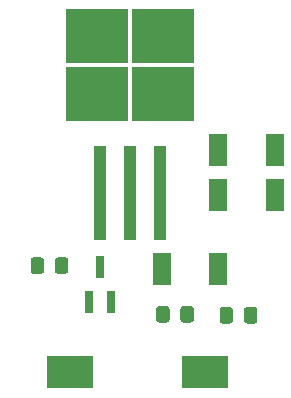
<source format=gbr>
%TF.GenerationSoftware,KiCad,Pcbnew,5.99.0+really5.1.10+dfsg1-1*%
%TF.CreationDate,2021-08-26T21:24:32+10:00*%
%TF.ProjectId,power-clamp,706f7765-722d-4636-9c61-6d702e6b6963,rev?*%
%TF.SameCoordinates,Original*%
%TF.FileFunction,Paste,Top*%
%TF.FilePolarity,Positive*%
%FSLAX46Y46*%
G04 Gerber Fmt 4.6, Leading zero omitted, Abs format (unit mm)*
G04 Created by KiCad (PCBNEW 5.99.0+really5.1.10+dfsg1-1) date 2021-08-26 21:24:32*
%MOMM*%
%LPD*%
G01*
G04 APERTURE LIST*
%ADD10R,5.250000X4.550000*%
%ADD11R,1.100000X8.000000*%
%ADD12R,4.000000X2.800000*%
%ADD13R,0.800000X1.900000*%
%ADD14R,1.500000X2.700000*%
G04 APERTURE END LIST*
D10*
%TO.C,Q2*%
X73395000Y-54430000D03*
X67845000Y-49580000D03*
X67845000Y-54430000D03*
X73395000Y-49580000D03*
D11*
X73120000Y-62880000D03*
X70620000Y-62880000D03*
X68080000Y-62880000D03*
%TD*%
D12*
%TO.C,D1*%
X77000000Y-78000000D03*
X65500000Y-78000000D03*
%TD*%
%TO.C,R3*%
G36*
G01*
X63350000Y-68549999D02*
X63350000Y-69450001D01*
G75*
G02*
X63100001Y-69700000I-249999J0D01*
G01*
X62449999Y-69700000D01*
G75*
G02*
X62200000Y-69450001I0J249999D01*
G01*
X62200000Y-68549999D01*
G75*
G02*
X62449999Y-68300000I249999J0D01*
G01*
X63100001Y-68300000D01*
G75*
G02*
X63350000Y-68549999I0J-249999D01*
G01*
G37*
G36*
G01*
X65400000Y-68549999D02*
X65400000Y-69450001D01*
G75*
G02*
X65150001Y-69700000I-249999J0D01*
G01*
X64499999Y-69700000D01*
G75*
G02*
X64250000Y-69450001I0J249999D01*
G01*
X64250000Y-68549999D01*
G75*
G02*
X64499999Y-68300000I249999J0D01*
G01*
X65150001Y-68300000D01*
G75*
G02*
X65400000Y-68549999I0J-249999D01*
G01*
G37*
%TD*%
%TO.C,R2*%
G36*
G01*
X74880000Y-73570001D02*
X74880000Y-72669999D01*
G75*
G02*
X75129999Y-72420000I249999J0D01*
G01*
X75780001Y-72420000D01*
G75*
G02*
X76030000Y-72669999I0J-249999D01*
G01*
X76030000Y-73570001D01*
G75*
G02*
X75780001Y-73820000I-249999J0D01*
G01*
X75129999Y-73820000D01*
G75*
G02*
X74880000Y-73570001I0J249999D01*
G01*
G37*
G36*
G01*
X72830000Y-73570001D02*
X72830000Y-72669999D01*
G75*
G02*
X73079999Y-72420000I249999J0D01*
G01*
X73730001Y-72420000D01*
G75*
G02*
X73980000Y-72669999I0J-249999D01*
G01*
X73980000Y-73570001D01*
G75*
G02*
X73730001Y-73820000I-249999J0D01*
G01*
X73079999Y-73820000D01*
G75*
G02*
X72830000Y-73570001I0J249999D01*
G01*
G37*
%TD*%
%TO.C,R1*%
G36*
G01*
X79350000Y-72749999D02*
X79350000Y-73650001D01*
G75*
G02*
X79100001Y-73900000I-249999J0D01*
G01*
X78449999Y-73900000D01*
G75*
G02*
X78200000Y-73650001I0J249999D01*
G01*
X78200000Y-72749999D01*
G75*
G02*
X78449999Y-72500000I249999J0D01*
G01*
X79100001Y-72500000D01*
G75*
G02*
X79350000Y-72749999I0J-249999D01*
G01*
G37*
G36*
G01*
X81400000Y-72749999D02*
X81400000Y-73650001D01*
G75*
G02*
X81150001Y-73900000I-249999J0D01*
G01*
X80499999Y-73900000D01*
G75*
G02*
X80250000Y-73650001I0J249999D01*
G01*
X80250000Y-72749999D01*
G75*
G02*
X80499999Y-72500000I249999J0D01*
G01*
X81150001Y-72500000D01*
G75*
G02*
X81400000Y-72749999I0J-249999D01*
G01*
G37*
%TD*%
D13*
%TO.C,Q1*%
X68080000Y-69080000D03*
X69030000Y-72080000D03*
X67130000Y-72080000D03*
%TD*%
D14*
%TO.C,D4*%
X78100000Y-69310000D03*
X73300000Y-69310000D03*
%TD*%
%TO.C,D3*%
X82900000Y-63000000D03*
X78100000Y-63000000D03*
%TD*%
%TO.C,D2*%
X78100000Y-59190000D03*
X82900000Y-59190000D03*
%TD*%
M02*

</source>
